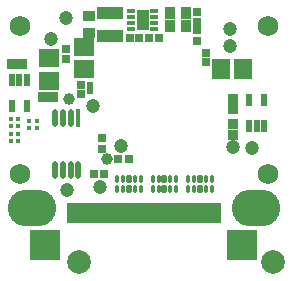
<source format=gts>
G04*
G04 #@! TF.GenerationSoftware,Altium Limited,Altium Designer,23.8.1 (32)*
G04*
G04 Layer_Color=8388736*
%FSLAX44Y44*%
%MOMM*%
G71*
G04*
G04 #@! TF.SameCoordinates,D32FF3FC-BFFE-4070-827C-C4EDDC97BD27*
G04*
G04*
G04 #@! TF.FilePolarity,Negative*
G04*
G01*
G75*
%ADD38R,0.4008X0.4008*%
%ADD39O,0.4500X1.5000*%
%ADD40R,0.4500X1.5000*%
%ADD41R,0.7232X0.7232*%
%ADD42R,0.7532X0.6532*%
%ADD43R,0.4008X0.4008*%
%ADD44R,0.5000X1.0000*%
%ADD45R,0.6400X0.4200*%
%ADD46R,1.0400X1.7400*%
%ADD47C,1.2032*%
%ADD48C,1.0000*%
%ADD49R,0.9032X1.1032*%
%ADD50R,0.6532X0.7532*%
%ADD51R,2.2032X1.0032*%
%ADD52C,2.0000*%
%ADD53R,1.7032X1.5032*%
%ADD54R,1.5032X1.7032*%
G04:AMPARAMS|DCode=55|XSize=0.34mm|YSize=0.705mm|CornerRadius=0.12mm|HoleSize=0mm|Usage=FLASHONLY|Rotation=180.000|XOffset=0mm|YOffset=0mm|HoleType=Round|Shape=RoundedRectangle|*
%AMROUNDEDRECTD55*
21,1,0.3400,0.4650,0,0,180.0*
21,1,0.1000,0.7050,0,0,180.0*
1,1,0.2400,-0.0500,0.2325*
1,1,0.2400,0.0500,0.2325*
1,1,0.2400,0.0500,-0.2325*
1,1,0.2400,-0.0500,-0.2325*
%
%ADD55ROUNDEDRECTD55*%
G04:AMPARAMS|DCode=56|XSize=0.54mm|YSize=0.705mm|CornerRadius=0.12mm|HoleSize=0mm|Usage=FLASHONLY|Rotation=180.000|XOffset=0mm|YOffset=0mm|HoleType=Round|Shape=RoundedRectangle|*
%AMROUNDEDRECTD56*
21,1,0.5400,0.4650,0,0,180.0*
21,1,0.3000,0.7050,0,0,180.0*
1,1,0.2400,-0.1500,0.2325*
1,1,0.2400,0.1500,0.2325*
1,1,0.2400,0.1500,-0.2325*
1,1,0.2400,-0.1500,-0.2325*
%
%ADD56ROUNDEDRECTD56*%
%ADD57R,0.8232X0.8232*%
%ADD58R,0.8232X0.8232*%
%ADD59R,1.1032X0.9032*%
%ADD60R,0.7232X0.7232*%
%ADD61R,0.5232X0.5632*%
%ADD62R,0.5032X1.8032*%
%ADD63R,2.6032X2.6032*%
%ADD64R,2.6032X2.6032*%
%ADD65O,4.1032X3.1032*%
%ADD66C,1.7272*%
D38*
X-90436Y44590D02*
D03*
Y38590D02*
D03*
X-96786Y44590D02*
D03*
Y38590D02*
D03*
X-112559Y34208D02*
D03*
Y28208D02*
D03*
X-106529D02*
D03*
Y34208D02*
D03*
D39*
X-74837Y3400D02*
D03*
X-68337Y3400D02*
D03*
X-55337D02*
D03*
X-61837Y3400D02*
D03*
X-74837Y47400D02*
D03*
X-68337D02*
D03*
X-61837D02*
D03*
D40*
X-55337D02*
D03*
D41*
X-42100Y0D02*
D03*
X-34100D02*
D03*
X-4000Y115000D02*
D03*
X-12000D02*
D03*
D42*
X-35074Y21430D02*
D03*
Y30430D02*
D03*
X45000Y112500D02*
D03*
Y121500D02*
D03*
Y137500D02*
D03*
Y128500D02*
D03*
D43*
X-106736Y46340D02*
D03*
X-112736D02*
D03*
X-106736Y40340D02*
D03*
X-112736D02*
D03*
D44*
X-111780Y57534D02*
D03*
Y79534D02*
D03*
X-98780Y57534D02*
D03*
Y79534D02*
D03*
X-105280D02*
D03*
X95500Y40500D02*
D03*
X89000D02*
D03*
Y62500D02*
D03*
X102000Y40500D02*
D03*
Y62500D02*
D03*
D45*
X-10500Y138000D02*
D03*
Y133000D02*
D03*
Y128000D02*
D03*
Y123000D02*
D03*
X8500Y138000D02*
D03*
Y133000D02*
D03*
Y128000D02*
D03*
Y123000D02*
D03*
D46*
X-1000Y130500D02*
D03*
D47*
X75950Y22578D02*
D03*
X91327Y22000D02*
D03*
X-43180Y57150D02*
D03*
X-66040Y132080D02*
D03*
X73000Y123000D02*
D03*
X-78424Y114000D02*
D03*
X73000Y108000D02*
D03*
X-19604Y23899D02*
D03*
X-36830Y-11430D02*
D03*
X-65116Y-13894D02*
D03*
D48*
X-63580Y63092D02*
D03*
X-31500Y12392D02*
D03*
D49*
X36000Y136000D02*
D03*
X22000D02*
D03*
X36000Y125000D02*
D03*
X22000D02*
D03*
D50*
X-21568Y12760D02*
D03*
X-12568D02*
D03*
X4000Y115000D02*
D03*
X13000D02*
D03*
D51*
X-28500Y116500D02*
D03*
Y136500D02*
D03*
D52*
X109250Y-74250D02*
D03*
X-55000Y-75000D02*
D03*
D53*
X-80010Y78970D02*
D03*
Y97970D02*
D03*
X-51000Y107500D02*
D03*
Y88500D02*
D03*
D54*
X84000Y89000D02*
D03*
X65000D02*
D03*
D55*
X-2500Y-13000D02*
D03*
X-7500D02*
D03*
X-17500D02*
D03*
X-22500D02*
D03*
Y-4650D02*
D03*
X-17500D02*
D03*
X-7500D02*
D03*
X-2500D02*
D03*
X27500Y-13000D02*
D03*
X22500D02*
D03*
X12500D02*
D03*
X7500D02*
D03*
Y-4650D02*
D03*
X12500D02*
D03*
X22500D02*
D03*
X27500D02*
D03*
X57500Y-13000D02*
D03*
X52500D02*
D03*
X42500D02*
D03*
X37500D02*
D03*
Y-4650D02*
D03*
X42500D02*
D03*
X52500D02*
D03*
X57500D02*
D03*
D56*
X-12500Y-13000D02*
D03*
Y-4650D02*
D03*
X17500Y-13000D02*
D03*
Y-4650D02*
D03*
X47500Y-13000D02*
D03*
Y-4650D02*
D03*
D57*
X-76704Y65434D02*
D03*
X-85703D02*
D03*
X-102740Y92710D02*
D03*
X-111740D02*
D03*
D58*
X75900Y54575D02*
D03*
Y63575D02*
D03*
X75950Y41850D02*
D03*
Y32850D02*
D03*
D59*
X-46500Y119500D02*
D03*
Y133500D02*
D03*
D60*
X-65500Y105500D02*
D03*
Y97500D02*
D03*
X53000Y102500D02*
D03*
Y94500D02*
D03*
X-53500Y67500D02*
D03*
Y75500D02*
D03*
D61*
X-45700Y75600D02*
D03*
Y70000D02*
D03*
D62*
X-52500Y-33510D02*
D03*
X-7500D02*
D03*
X-2500D02*
D03*
X7500D02*
D03*
X12500D02*
D03*
X-17500D02*
D03*
X37500D02*
D03*
X42500D02*
D03*
X52500D02*
D03*
X57500D02*
D03*
X22500D02*
D03*
X27500D02*
D03*
X2500D02*
D03*
X62500D02*
D03*
X47500D02*
D03*
X-62500D02*
D03*
X-57500D02*
D03*
X-47500D02*
D03*
X-42500D02*
D03*
X-37500D02*
D03*
X-32500D02*
D03*
X-27500D02*
D03*
X-22500D02*
D03*
X-12500D02*
D03*
X17500D02*
D03*
X32500D02*
D03*
D63*
X83500Y-60010D02*
D03*
D64*
X-83500D02*
D03*
D65*
X95000Y-28746D02*
D03*
X-95000D02*
D03*
D66*
X105000Y310D02*
D03*
X-105000D02*
D03*
X105000Y125310D02*
D03*
X-105000D02*
D03*
M02*

</source>
